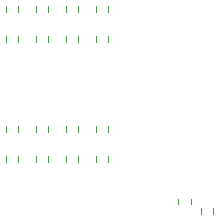
<source format=gbr>
%TF.GenerationSoftware,KiCad,Pcbnew,7.0.5*%
%TF.CreationDate,2024-09-17T16:51:35-04:00*%
%TF.ProjectId,8_bit_logic_analyzer_rev_2,385f6269-745f-46c6-9f67-69635f616e61,rev?*%
%TF.SameCoordinates,Original*%
%TF.FileFunction,Legend,Bot*%
%TF.FilePolarity,Positive*%
%FSLAX46Y46*%
G04 Gerber Fmt 4.6, Leading zero omitted, Abs format (unit mm)*
G04 Created by KiCad (PCBNEW 7.0.5) date 2024-09-17 16:51:35*
%MOMM*%
%LPD*%
G01*
G04 APERTURE LIST*
%ADD10C,0.120000*%
G04 APERTURE END LIST*
D10*
%TO.C,R11*%
X76947500Y-40242258D02*
X76947500Y-39767742D01*
X77992500Y-40242258D02*
X77992500Y-39767742D01*
%TO.C,R3*%
X65517500Y-25637258D02*
X65517500Y-25162742D01*
X66562500Y-25637258D02*
X66562500Y-25162742D01*
%TO.C,D1*%
X61482500Y-22622742D02*
X61482500Y-23097258D01*
X60437500Y-22622742D02*
X60437500Y-23097258D01*
%TO.C,D2*%
X64022500Y-22622742D02*
X64022500Y-23097258D01*
X62977500Y-22622742D02*
X62977500Y-23097258D01*
%TO.C,D3*%
X66562500Y-22622742D02*
X66562500Y-23097258D01*
X65517500Y-22622742D02*
X65517500Y-23097258D01*
%TO.C,D9*%
X76087500Y-38942742D02*
X76087500Y-39417258D01*
X75042500Y-38942742D02*
X75042500Y-39417258D01*
%TO.C,D4*%
X69102500Y-22622742D02*
X69102500Y-23097258D01*
X68057500Y-22622742D02*
X68057500Y-23097258D01*
%TO.C,D7*%
X66562500Y-32782742D02*
X66562500Y-33257258D01*
X65517500Y-32782742D02*
X65517500Y-33257258D01*
%TO.C,D5*%
X61482500Y-32782742D02*
X61482500Y-33257258D01*
X60437500Y-32782742D02*
X60437500Y-33257258D01*
%TO.C,R10*%
X68057500Y-35797258D02*
X68057500Y-35322742D01*
X69102500Y-35797258D02*
X69102500Y-35322742D01*
%TO.C,R8*%
X62977500Y-35797258D02*
X62977500Y-35322742D01*
X64022500Y-35797258D02*
X64022500Y-35322742D01*
%TO.C,D6*%
X64022500Y-32782742D02*
X64022500Y-33257258D01*
X62977500Y-32782742D02*
X62977500Y-33257258D01*
%TO.C,R1*%
X60437500Y-25637258D02*
X60437500Y-25162742D01*
X61482500Y-25637258D02*
X61482500Y-25162742D01*
%TO.C,R7*%
X60437500Y-35797258D02*
X60437500Y-35322742D01*
X61482500Y-35797258D02*
X61482500Y-35322742D01*
%TO.C,D8*%
X69102500Y-32782742D02*
X69102500Y-33257258D01*
X68057500Y-32782742D02*
X68057500Y-33257258D01*
%TO.C,R4*%
X68057500Y-25637258D02*
X68057500Y-25162742D01*
X69102500Y-25637258D02*
X69102500Y-25162742D01*
%TO.C,R2*%
X62977500Y-25637258D02*
X62977500Y-25162742D01*
X64022500Y-25637258D02*
X64022500Y-25162742D01*
%TO.C,R9*%
X65517500Y-35797258D02*
X65517500Y-35322742D01*
X66562500Y-35797258D02*
X66562500Y-35322742D01*
%TD*%
M02*

</source>
